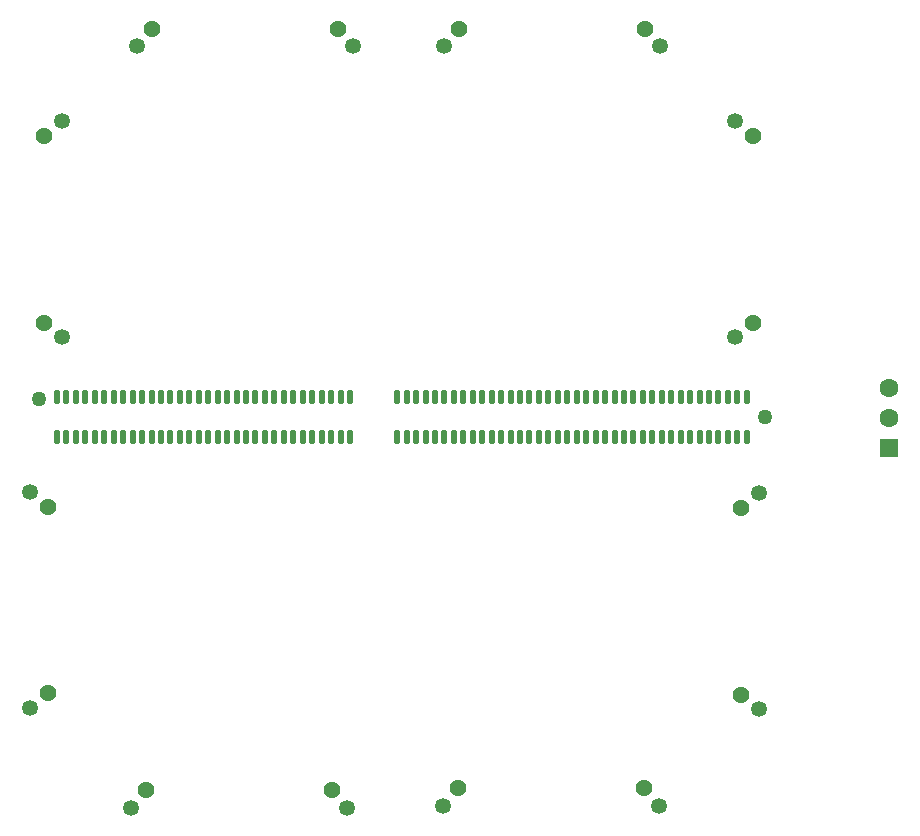
<source format=gbr>
%TF.GenerationSoftware,KiCad,Pcbnew,9.0.2*%
%TF.CreationDate,2025-05-28T10:28:05-07:00*%
%TF.ProjectId,8_Ch_Connector_CAEN_Adapter,385f4368-5f43-46f6-9e6e-6563746f725f,rev?*%
%TF.SameCoordinates,Original*%
%TF.FileFunction,Soldermask,Bot*%
%TF.FilePolarity,Negative*%
%FSLAX46Y46*%
G04 Gerber Fmt 4.6, Leading zero omitted, Abs format (unit mm)*
G04 Created by KiCad (PCBNEW 9.0.2) date 2025-05-28 10:28:05*
%MOMM*%
%LPD*%
G01*
G04 APERTURE LIST*
G04 Aperture macros list*
%AMRoundRect*
0 Rectangle with rounded corners*
0 $1 Rounding radius*
0 $2 $3 $4 $5 $6 $7 $8 $9 X,Y pos of 4 corners*
0 Add a 4 corners polygon primitive as box body*
4,1,4,$2,$3,$4,$5,$6,$7,$8,$9,$2,$3,0*
0 Add four circle primitives for the rounded corners*
1,1,$1+$1,$2,$3*
1,1,$1+$1,$4,$5*
1,1,$1+$1,$6,$7*
1,1,$1+$1,$8,$9*
0 Add four rect primitives between the rounded corners*
20,1,$1+$1,$2,$3,$4,$5,0*
20,1,$1+$1,$4,$5,$6,$7,0*
20,1,$1+$1,$6,$7,$8,$9,0*
20,1,$1+$1,$8,$9,$2,$3,0*%
G04 Aperture macros list end*
%ADD10C,1.350000*%
%ADD11C,1.431000*%
%ADD12RoundRect,0.102000X0.699000X-0.699000X0.699000X0.699000X-0.699000X0.699000X-0.699000X-0.699000X0*%
%ADD13C,1.602000*%
%ADD14C,1.270000*%
%ADD15RoundRect,0.125000X-0.125000X-0.475000X0.125000X-0.475000X0.125000X0.475000X-0.125000X0.475000X0*%
G04 APERTURE END LIST*
D10*
%TO.C,J\u002A\u002A*%
X166755000Y-117800000D03*
X185045000Y-117800000D03*
D11*
X168005000Y-116300000D03*
X183795000Y-116300000D03*
%TD*%
D10*
%TO.C,J\u002A\u002A*%
X166855000Y-53500000D03*
X185145000Y-53500000D03*
D11*
X168105000Y-52000000D03*
X183895000Y-52000000D03*
%TD*%
D10*
%TO.C,J\u002A\u002A*%
X134500000Y-78145000D03*
X134500000Y-59855000D03*
D11*
X133000000Y-76895000D03*
X133000000Y-61105000D03*
%TD*%
D12*
%TO.C,REF\u002A\u002A*%
X204500000Y-87540000D03*
D13*
X204500000Y-85000000D03*
X204500000Y-82460000D03*
%TD*%
D10*
%TO.C,J\u002A\u002A*%
X140855000Y-53500000D03*
X159145000Y-53500000D03*
D11*
X142105000Y-52000000D03*
X157895000Y-52000000D03*
%TD*%
D10*
%TO.C,J\u002A\u002A*%
X140355000Y-118000000D03*
X158645000Y-118000000D03*
D11*
X141605000Y-116500000D03*
X157395000Y-116500000D03*
%TD*%
D10*
%TO.C,J\u002A\u002A*%
X193500000Y-109645000D03*
X193500000Y-91355000D03*
D11*
X192000000Y-108395000D03*
X192000000Y-92605000D03*
%TD*%
D10*
%TO.C,J\u002A\u002A*%
X131800000Y-91255000D03*
X131800000Y-109545000D03*
D11*
X133300000Y-92505000D03*
X133300000Y-108295000D03*
%TD*%
D10*
%TO.C,J\u002A\u002A*%
X191500000Y-59855000D03*
X191500000Y-78145000D03*
D11*
X193000000Y-61105000D03*
X193000000Y-76895000D03*
%TD*%
D14*
%TO.C,REF\u002A\u002A*%
X132600000Y-83400000D03*
X194000000Y-84900000D03*
D15*
X134100000Y-83200000D03*
X134100000Y-86600000D03*
X134900000Y-83200000D03*
X134900000Y-86600000D03*
X135700000Y-83200000D03*
X135700000Y-86600000D03*
X136500000Y-83200000D03*
X136500000Y-86600000D03*
X137300000Y-83200000D03*
X137300000Y-86600000D03*
X138100000Y-83200000D03*
X138100000Y-86600000D03*
X138900000Y-83200000D03*
X138900000Y-86600000D03*
X139700000Y-83200000D03*
X139700000Y-86600000D03*
X140500000Y-83200000D03*
X140500000Y-86600000D03*
X141300000Y-83200000D03*
X141300000Y-86600000D03*
X142100000Y-83200000D03*
X142100000Y-86600000D03*
X142900000Y-83200000D03*
X142900000Y-86600000D03*
X143700000Y-83200000D03*
X143700000Y-86600000D03*
X144500000Y-83200000D03*
X144500000Y-86600000D03*
X145300000Y-83200000D03*
X145300000Y-86600000D03*
X146100000Y-83200000D03*
X146100000Y-86600000D03*
X146900000Y-83200000D03*
X146900000Y-86600000D03*
X147700000Y-83200000D03*
X147700000Y-86600000D03*
X148500000Y-83200000D03*
X148500000Y-86600000D03*
X149300000Y-83200000D03*
X149300000Y-86600000D03*
X150100000Y-83200000D03*
X150100000Y-86600000D03*
X150900000Y-83200000D03*
X150900000Y-86600000D03*
X151700000Y-83200000D03*
X151700000Y-86600000D03*
X152500000Y-83200000D03*
X152500000Y-86600000D03*
X153300000Y-83200000D03*
X153300000Y-86600000D03*
X154100000Y-83200000D03*
X154100000Y-86600000D03*
X154900000Y-83200000D03*
X154900000Y-86600000D03*
X155700000Y-83200000D03*
X155700000Y-86600000D03*
X156500000Y-83200000D03*
X156500000Y-86600000D03*
X157300000Y-83200000D03*
X157300000Y-86600000D03*
X158100000Y-83200000D03*
X158100000Y-86600000D03*
X158900000Y-83200000D03*
X158900000Y-86600000D03*
X162900000Y-83200000D03*
X162900000Y-86600000D03*
X163700000Y-83200000D03*
X163700000Y-86600000D03*
X164500000Y-83200000D03*
X164500000Y-86600000D03*
X165300000Y-83200000D03*
X165300000Y-86600000D03*
X166100000Y-83200000D03*
X166100000Y-86600000D03*
X166900000Y-83200000D03*
X166900000Y-86600000D03*
X167700000Y-83200000D03*
X167700000Y-86600000D03*
X168500000Y-83200000D03*
X168500000Y-86600000D03*
X169300000Y-83200000D03*
X169300000Y-86600000D03*
X170100000Y-83200000D03*
X170100000Y-86600000D03*
X170900000Y-83200000D03*
X170900000Y-86600000D03*
X171700000Y-83200000D03*
X171700000Y-86600000D03*
X172500000Y-83200000D03*
X172500000Y-86600000D03*
X173300000Y-83200000D03*
X173300000Y-86600000D03*
X174100000Y-83200000D03*
X174100000Y-86600000D03*
X174900000Y-83200000D03*
X174900000Y-86600000D03*
X175700000Y-83200000D03*
X175700000Y-86600000D03*
X176500000Y-83200000D03*
X176500000Y-86600000D03*
X177300000Y-83200000D03*
X177300000Y-86600000D03*
X178100000Y-83200000D03*
X178100000Y-86600000D03*
X178900000Y-83200000D03*
X178900000Y-86600000D03*
X179700000Y-83200000D03*
X179700000Y-86600000D03*
X180500000Y-83200000D03*
X180500000Y-86600000D03*
X181300000Y-83200000D03*
X181300000Y-86600000D03*
X182100000Y-83200000D03*
X182100000Y-86600000D03*
X182900000Y-83200000D03*
X182900000Y-86600000D03*
X183700000Y-83200000D03*
X183700000Y-86600000D03*
X184500000Y-83200000D03*
X184500000Y-86600000D03*
X185300000Y-83200000D03*
X185300000Y-86600000D03*
X186100000Y-83200000D03*
X186100000Y-86600000D03*
X186900000Y-83200000D03*
X186900000Y-86600000D03*
X187700000Y-83200000D03*
X187700000Y-86600000D03*
X188500000Y-83200000D03*
X188500000Y-86600000D03*
X189300000Y-83200000D03*
X189300000Y-86600000D03*
X190100000Y-83200000D03*
X190100000Y-86600000D03*
X190900000Y-83200000D03*
X190900000Y-86600000D03*
X191700000Y-83200000D03*
X191700000Y-86600000D03*
X192500000Y-83200000D03*
X192500000Y-86600000D03*
%TD*%
M02*

</source>
